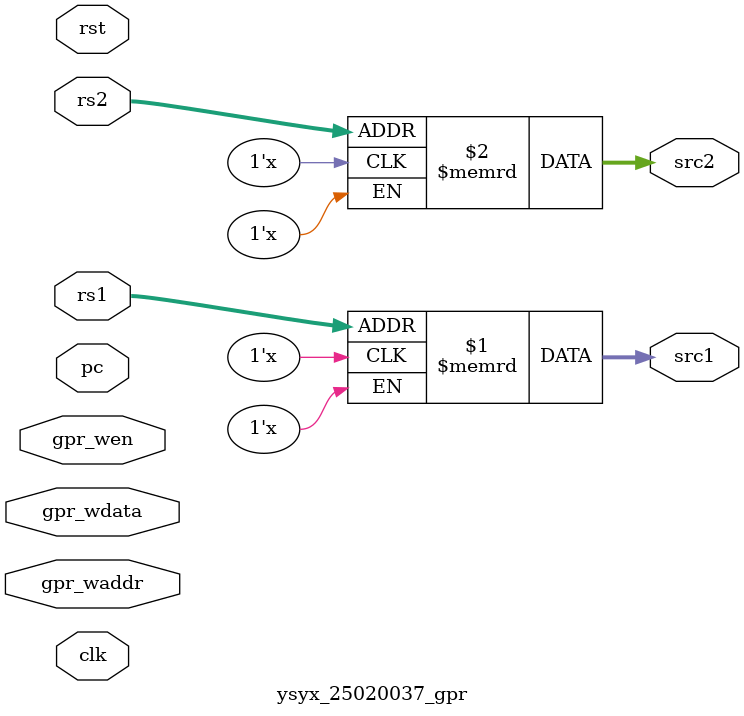
<source format=v>
module ysyx_25020037_gpr (
  input  wire         clk,
  input  wire         rst,
  input  wire [31: 0] pc,
  input  wire [31: 0] gpr_wdata,
  input  wire [ 3: 0] rs1,
  input  wire [ 3: 0] rs2,
  output reg  [31: 0] src1,
  output reg  [31: 0] src2,

  input  wire [ 3: 0] gpr_waddr,
  input  wire         gpr_wen
);

  reg  [31: 0] regs [15: 0];
  generate
    genvar i;
    for (i = 0; i < 16; i = i+1) begin : GPR32
      ysyx_25020037_Reg #(32, 32'b0) gpr32 (
        .clk        (clk        ), 
        .rst        (rst        ), 
        .din        (gpr_wdata  ), 
        .dout       (regs[i]    ), 
        .wen        ((gpr_waddr != 4'b0) && gpr_wen && (gpr_waddr == i))
        );
    end
  endgenerate

  assign src1 = regs[rs1];
  assign src2 = regs[rs2];
  
endmodule

</source>
